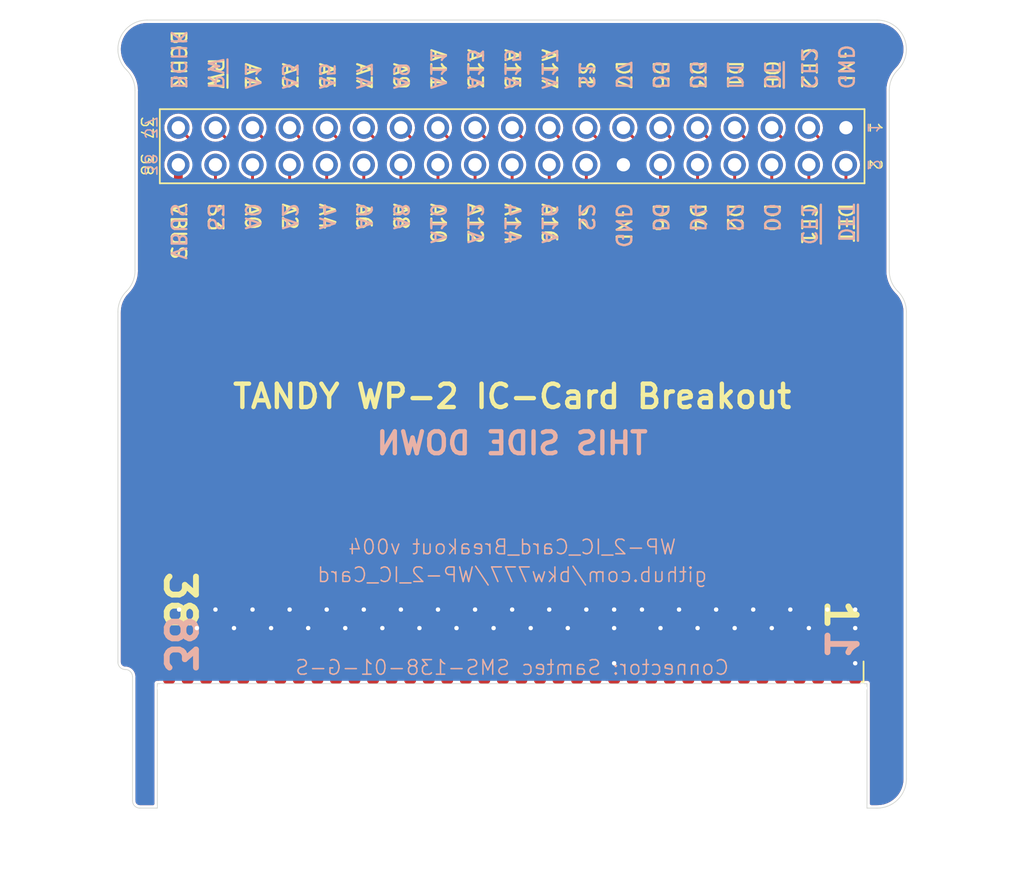
<source format=kicad_pcb>
(kicad_pcb (version 20211014) (generator pcbnew)
  (title_block (title "WP-2_IC-Card") (date "2023-01-03") (rev "Breakout_005") (company "Brian K. White - b.kenyon.w@gmail.com"))
  (layers (0 "F.Cu" signal) (31 "B.Cu" signal) (35 "F.Paste" user) (36 "B.SilkS" user "B.Silkscreen") (37 "F.SilkS" user "F.Silkscreen") (38 "B.Mask" user) (39 "F.Mask" user) (44 "Edge.Cuts" user))
  (net 0 "")
  (net 1 "GND")
  (net 2 "/~{CE1}")
  (net 3 "/~{OE}")
  (net 4 "/D0")
  (net 5 "/D1")
  (net 6 "/D2")
  (net 7 "/D3")
  (net 8 "/D4")
  (net 9 "/D5")
  (net 10 "/D6")
  (net 11 "/D7")
  (net 12 "/A16")
  (net 13 "/A15")
  (net 14 "/A14")
  (net 15 "/A13")
  (net 16 "/A12")
  (net 17 "/A11")
  (net 18 "/A10")
  (net 19 "/A9")
  (net 20 "/A8")
  (net 21 "/A7")
  (net 22 "/A6")
  (net 23 "/A5")
  (net 24 "/A4")
  (net 25 "/A3")
  (net 26 "/A2")
  (net 27 "/A1")
  (net 28 "/A0")
  (net 29 "/A17")
  (net 30 "/R~{W}")
  (net 31 "/~{DET}")
  (net 32 "/S1")
  (net 33 "/S2")
  (net 34 "/S3")
  (net 35 "/BCHK")
  (net 36 "/CE2")
  (net 37 "VBUS")
  (footprint "0_LOCAL:SMS-138-01-x-x_edge" (layer "F.Cu") (at 139.7 119.52 -90)
    (fp_text reference "J1" hide)
    (fp_text value "Conn_01x38_Female")
    (fp_line (start -0.127 -24.0665) (end -0.127 -23.9395) (layer "F.SilkS") (width 0.12))
    (fp_line (start -0.127 -24.0665) (end -1.524 -24.0665) (layer "F.SilkS") (width 0.12))
    (pad "1" smd roundrect (at -1.4 -23.495 270) (size 2.8 0.8) (layers "F.Cu" "F.Paste" "F.Mask") (net 1 "GND"))
    (pad "2" smd roundrect (at -1.4 -22.225 270) (size 2.8 0.8) (layers "F.Cu" "F.Paste" "F.Mask") (net 31 "/~{DET}"))
    (pad "3" smd roundrect (at -1.4 -20.955 270) (size 2.8 0.8) (layers "F.Cu" "F.Paste" "F.Mask") (net 36 "/CE2"))
    (pad "4" smd roundrect (at -1.4 -19.685 270) (size 2.8 0.8) (layers "F.Cu" "F.Paste" "F.Mask") (net 2 "/~{CE1}"))
    (pad "5" smd roundrect (at -1.4 -18.415 270) (size 2.8 0.8) (layers "F.Cu" "F.Paste" "F.Mask") (net 3 "/~{OE}"))
    (pad "6" smd roundrect (at -1.4 -17.145 270) (size 2.8 0.8) (layers "F.Cu" "F.Paste" "F.Mask") (net 4 "/D0"))
    (pad "7" smd roundrect (at -1.4 -15.875 270) (size 2.8 0.8) (layers "F.Cu" "F.Paste" "F.Mask") (net 5 "/D1"))
    (pad "8" smd roundrect (at -1.4 -14.605 270) (size 2.8 0.8) (layers "F.Cu" "F.Paste" "F.Mask") (net 6 "/D2"))
    (pad "9" smd roundrect (at -1.4 -13.335 270) (size 2.8 0.8) (layers "F.Cu" "F.Paste" "F.Mask") (net 7 "/D3"))
    (pad "10" smd roundrect (at -1.4 -12.065 270) (size 2.8 0.8) (layers "F.Cu" "F.Paste" "F.Mask") (net 8 "/D4"))
    (pad "11" smd roundrect (at -1.4 -10.795 270) (size 2.8 0.8) (layers "F.Cu" "F.Paste" "F.Mask") (net 9 "/D5"))
    (pad "12" smd roundrect (at -1.4 -9.525 270) (size 2.8 0.8) (layers "F.Cu" "F.Paste" "F.Mask") (net 10 "/D6"))
    (pad "13" smd roundrect (at -1.4 -8.255 270) (size 2.8 0.8) (layers "F.Cu" "F.Paste" "F.Mask") (net 11 "/D7"))
    (pad "14" smd roundrect (at -1.4 -6.985 270) (size 2.8 0.8) (layers "F.Cu" "F.Paste" "F.Mask") (net 1 "GND"))
    (pad "15" smd roundrect (at -1.4 -5.715 270) (size 2.8 0.8) (layers "F.Cu" "F.Paste" "F.Mask") (net 32 "/S1"))
    (pad "16" smd roundrect (at -1.4 -4.445 270) (size 2.8 0.8) (layers "F.Cu" "F.Paste" "F.Mask") (net 33 "/S2"))
    (pad "17" smd roundrect (at -1.4 -3.175 270) (size 2.8 0.8) (layers "F.Cu" "F.Paste" "F.Mask") (net 29 "/A17"))
    (pad "18" smd roundrect (at -1.4 -1.905 270) (size 2.8 0.8) (layers "F.Cu" "F.Paste" "F.Mask") (net 12 "/A16"))
    (pad "19" smd roundrect (at -1.4 -0.635 270) (size 2.8 0.8) (layers "F.Cu" "F.Paste" "F.Mask") (net 13 "/A15"))
    (pad "20" smd roundrect (at -1.4 0.635 270) (size 2.8 0.8) (layers "F.Cu" "F.Paste" "F.Mask") (net 14 "/A14"))
    (pad "21" smd roundrect (at -1.4 1.905 270) (size 2.8 0.8) (layers "F.Cu" "F.Paste" "F.Mask") (net 15 "/A13"))
    (pad "22" smd roundrect (at -1.4 3.175 270) (size 2.8 0.8) (layers "F.Cu" "F.Paste" "F.Mask") (net 16 "/A12"))
    (pad "23" smd roundrect (at -1.4 4.445 270) (size 2.8 0.8) (layers "F.Cu" "F.Paste" "F.Mask") (net 17 "/A11"))
    (pad "24" smd roundrect (at -1.4 5.715 270) (size 2.8 0.8) (layers "F.Cu" "F.Paste" "F.Mask") (net 18 "/A10"))
    (pad "25" smd roundrect (at -1.4 6.985 270) (size 2.8 0.8) (layers "F.Cu" "F.Paste" "F.Mask") (net 19 "/A9"))
    (pad "26" smd roundrect (at -1.4 8.255 270) (size 2.8 0.8) (layers "F.Cu" "F.Paste" "F.Mask") (net 20 "/A8"))
    (pad "27" smd roundrect (at -1.4 9.525 270) (size 2.8 0.8) (layers "F.Cu" "F.Paste" "F.Mask") (net 21 "/A7"))
    (pad "28" smd roundrect (at -1.4 10.795 270) (size 2.8 0.8) (layers "F.Cu" "F.Paste" "F.Mask") (net 22 "/A6"))
    (pad "29" smd roundrect (at -1.4 12.065 270) (size 2.8 0.8) (layers "F.Cu" "F.Paste" "F.Mask") (net 23 "/A5"))
    (pad "30" smd roundrect (at -1.4 13.335 270) (size 2.8 0.8) (layers "F.Cu" "F.Paste" "F.Mask") (net 24 "/A4"))
    (pad "31" smd roundrect (at -1.4 14.605 270) (size 2.8 0.8) (layers "F.Cu" "F.Paste" "F.Mask") (net 25 "/A3"))
    (pad "32" smd roundrect (at -1.4 15.875 270) (size 2.8 0.8) (layers "F.Cu" "F.Paste" "F.Mask") (net 26 "/A2"))
    (pad "33" smd roundrect (at -1.4 17.145 270) (size 2.8 0.8) (layers "F.Cu" "F.Paste" "F.Mask") (net 27 "/A1"))
    (pad "34" smd roundrect (at -1.4 18.415 270) (size 2.8 0.8) (layers "F.Cu" "F.Paste" "F.Mask") (net 28 "/A0"))
    (pad "35" smd roundrect (at -1.4 19.685 270) (size 2.8 0.8) (layers "F.Cu" "F.Paste" "F.Mask") (net 30 "/R~{W}"))
    (pad "36" smd roundrect (at -1.4 20.955 270) (size 2.8 0.8) (layers "F.Cu" "F.Paste" "F.Mask") (net 34 "/S3"))
    (pad "37" smd roundrect (at -1.4 22.225 270) (size 2.8 0.8) (layers "F.Cu" "F.Paste" "F.Mask") (net 35 "/BCHK"))
    (pad "38" smd roundrect (at -1.4 23.495 270) (size 2.8 0.8) (layers "F.Cu" "F.Paste" "F.Mask") (net 37 "VBUS"))
  )
  (footprint "0_LOCAL:PinHeader_2x19_P2.54mm" (layer "F.Cu") (at 162.56 81.42 -90)
    (fp_text reference "J2" hide)
    (fp_text value "Conn_02x19_Odd_Even")
    (fp_line (start 3.81 -1.27) (end -1.27 -1.27) (layer "F.SilkS") (width 0.12))
    (fp_line (start -1.27 -1.27) (end -1.27 46.99) (layer "F.SilkS") (width 0.12))
    (fp_line (start 3.81 46.99) (end 3.81 -1.27) (layer "F.SilkS") (width 0.12))
    (fp_line (start -1.27 46.99) (end 3.81 46.99) (layer "F.SilkS") (width 0.12))
    (pad "1" thru_hole circle (at 0 0 270) (size 1.524 1.524) (drill 0.9144) (layers *.Cu *.Mask) (net 1 "GND"))
    (pad "2" thru_hole circle (at 2.54 0 270) (size 1.524 1.524) (drill 0.9144) (layers *.Cu *.Mask) (net 31 "/~{DET}"))
    (pad "3" thru_hole circle (at 0 2.54 270) (size 1.524 1.524) (drill 0.9144) (layers *.Cu *.Mask) (net 36 "/CE2"))
    (pad "4" thru_hole circle (at 2.54 2.54 270) (size 1.524 1.524) (drill 0.9144) (layers *.Cu *.Mask) (net 2 "/~{CE1}"))
    (pad "5" thru_hole circle (at 0 5.08 270) (size 1.524 1.524) (drill 0.9144) (layers *.Cu *.Mask) (net 3 "/~{OE}"))
    (pad "6" thru_hole circle (at 2.54 5.08 270) (size 1.524 1.524) (drill 0.9144) (layers *.Cu *.Mask) (net 4 "/D0"))
    (pad "7" thru_hole circle (at 0 7.62 270) (size 1.524 1.524) (drill 0.9144) (layers *.Cu *.Mask) (net 5 "/D1"))
    (pad "8" thru_hole circle (at 2.54 7.62 270) (size 1.524 1.524) (drill 0.9144) (layers *.Cu *.Mask) (net 6 "/D2"))
    (pad "9" thru_hole circle (at 0 10.16 270) (size 1.524 1.524) (drill 0.9144) (layers *.Cu *.Mask) (net 7 "/D3"))
    (pad "10" thru_hole circle (at 2.54 10.16 270) (size 1.524 1.524) (drill 0.9144) (layers *.Cu *.Mask) (net 8 "/D4"))
    (pad "11" thru_hole circle (at 0 12.7 270) (size 1.524 1.524) (drill 0.9144) (layers *.Cu *.Mask) (net 9 "/D5"))
    (pad "12" thru_hole circle (at 2.54 12.7 270) (size 1.524 1.524) (drill 0.9144) (layers *.Cu *.Mask) (net 10 "/D6"))
    (pad "13" thru_hole circle (at 0 15.24 270) (size 1.524 1.524) (drill 0.9144) (layers *.Cu *.Mask) (net 11 "/D7"))
    (pad "14" thru_hole circle (at 2.54 15.24 270) (size 1.524 1.524) (drill 0.9144) (layers *.Cu *.Mask) (net 1 "GND"))
    (pad "15" thru_hole circle (at 0 17.78 270) (size 1.524 1.524) (drill 0.9144) (layers *.Cu *.Mask) (net 32 "/S1"))
    (pad "16" thru_hole circle (at 2.54 17.78 270) (size 1.524 1.524) (drill 0.9144) (layers *.Cu *.Mask) (net 33 "/S2"))
    (pad "17" thru_hole circle (at 0 20.32 270) (size 1.524 1.524) (drill 0.9144) (layers *.Cu *.Mask) (net 29 "/A17"))
    (pad "18" thru_hole circle (at 2.54 20.32 270) (size 1.524 1.524) (drill 0.9144) (layers *.Cu *.Mask) (net 12 "/A16"))
    (pad "19" thru_hole circle (at 0 22.86 270) (size 1.524 1.524) (drill 0.9144) (layers *.Cu *.Mask) (net 13 "/A15"))
    (pad "20" thru_hole circle (at 2.54 22.86 270) (size 1.524 1.524) (drill 0.9144) (layers *.Cu *.Mask) (net 14 "/A14"))
    (pad "21" thru_hole circle (at 0 25.4 270) (size 1.524 1.524) (drill 0.9144) (layers *.Cu *.Mask) (net 15 "/A13"))
    (pad "22" thru_hole circle (at 2.54 25.4 270) (size 1.524 1.524) (drill 0.9144) (layers *.Cu *.Mask) (net 16 "/A12"))
    (pad "23" thru_hole circle (at 0 27.94 270) (size 1.524 1.524) (drill 0.9144) (layers *.Cu *.Mask) (net 17 "/A11"))
    (pad "24" thru_hole circle (at 2.54 27.94 270) (size 1.524 1.524) (drill 0.9144) (layers *.Cu *.Mask) (net 18 "/A10"))
    (pad "25" thru_hole circle (at 0 30.48 270) (size 1.524 1.524) (drill 0.9144) (layers *.Cu *.Mask) (net 19 "/A9"))
    (pad "26" thru_hole circle (at 2.54 30.48 270) (size 1.524 1.524) (drill 0.9144) (layers *.Cu *.Mask) (net 20 "/A8"))
    (pad "27" thru_hole circle (at 0 33.02 270) (size 1.524 1.524) (drill 0.9144) (layers *.Cu *.Mask) (net 21 "/A7"))
    (pad "28" thru_hole circle (at 2.54 33.02 270) (size 1.524 1.524) (drill 0.9144) (layers *.Cu *.Mask) (net 22 "/A6"))
    (pad "29" thru_hole circle (at 0 35.56 270) (size 1.524 1.524) (drill 0.9144) (layers *.Cu *.Mask) (net 23 "/A5"))
    (pad "30" thru_hole circle (at 2.54 35.56 270) (size 1.524 1.524) (drill 0.9144) (layers *.Cu *.Mask) (net 24 "/A4"))
    (pad "31" thru_hole circle (at 0 38.1 270) (size 1.524 1.524) (drill 0.9144) (layers *.Cu *.Mask) (net 25 "/A3"))
    (pad "32" thru_hole circle (at 2.54 38.1 270) (size 1.524 1.524) (drill 0.9144) (layers *.Cu *.Mask) (net 26 "/A2"))
    (pad "33" thru_hole circle (at 0 40.64 270) (size 1.524 1.524) (drill 0.9144) (layers *.Cu *.Mask) (net 27 "/A1"))
    (pad "34" thru_hole circle (at 2.54 40.64 270) (size 1.524 1.524) (drill 0.9144) (layers *.Cu *.Mask) (net 28 "/A0"))
    (pad "35" thru_hole circle (at 0 43.18 270) (size 1.524 1.524) (drill 0.9144) (layers *.Cu *.Mask) (net 30 "/R~{W}"))
    (pad "36" thru_hole circle (at 2.54 43.18 270) (size 1.524 1.524) (drill 0.9144) (layers *.Cu *.Mask) (net 34 "/S3"))
    (pad "37" thru_hole circle (at 0 45.72 270) (size 1.524 1.524) (drill 0.9144) (layers *.Cu *.Mask) (net 35 "/BCHK"))
    (pad "38" thru_hole circle (at 2.54 45.72 270) (size 1.524 1.524) (drill 0.9144) (layers *.Cu *.Mask) (net 37 "VBUS"))
  )
  (footprint "0_LOCAL:npth_0.6mm" (layer "F.Cu") (at 163.7 119.82)
    (fp_text reference "REF**" hide)
    (fp_text value "npth_0.6mm")
    (pad "" np_thru_hole circle (at 0 0) (size 0.6 0.6) (drill 0.6) (layers F&B.Cu))
  )
  (footprint "0_LOCAL:npth_0.6mm" (layer "F.Cu") (at 115.7 119.82)
    (fp_text reference "REF**" hide)
    (fp_text value "npth_0.6mm")
    (pad "" np_thru_hole circle (at 0 0) (size 0.6 0.6) (drill 0.6) (layers F&B.Cu))
  )
  (footprint "0_LOCAL:WP-2_IC_Card_Cover_Breakout" (layer "F.Cu") (at 139.7 101.045)
    (fp_text reference "REF**" hide)
    (fp_text value "WP-2_IC_Card_Cover_Breakout")
  )
  (gr_line (start 164 128.045) (end 164 119.52) (layer "Edge.Cuts") (width 0.05))
  (gr_arc (start 112.7 76.045) (mid 113.285786 74.630786) (end 114.7 74.045) (layer "Edge.Cuts") (width 0.05))
  (gr_arc (start 166.7 126.045) (mid 166.114214 127.459214) (end 164.7 128.045) (layer "Edge.Cuts") (width 0.05))
  (gr_line (start 164.7 128.045) (end 164 128.045) (layer "Edge.Cuts") (width 0.05))
  (gr_arc (start 113.285786 77.459214) (mid 112.85224 76.810367) (end 112.7 76.045) (layer "Edge.Cuts") (width 0.05))
  (gr_arc (start 112.699999 94.045) (mid 112.85224 93.279633) (end 113.285786 92.630786) (layer "Edge.Cuts") (width 0.05))
  (gr_arc (start 113.285786 77.459214) (mid 113.719307 78.108067) (end 113.871572 78.873428) (layer "Edge.Cuts") (width 0.05))
  (gr_arc (start 113.871573 91.216572) (mid 113.719334 91.981938) (end 113.285786 92.630786) (layer "Edge.Cuts") (width 0.05))
  (gr_line (start 113.871573 91.216572) (end 113.871572 78.873428) (layer "Edge.Cuts") (width 0.05))
  (gr_arc (start 166.114214 92.630786) (mid 166.54776 93.279633) (end 166.7 94.045) (layer "Edge.Cuts") (width 0.05))
  (gr_arc (start 165.528427 78.873428) (mid 165.680666 78.108062) (end 166.114214 77.459214) (layer "Edge.Cuts") (width 0.05))
  (gr_arc (start 166.114214 92.630786) (mid 165.680693 91.981933) (end 165.528428 91.216572) (layer "Edge.Cuts") (width 0.05))
  (gr_arc (start 166.700001 76.045) (mid 166.54776 76.810367) (end 166.114214 77.459214) (layer "Edge.Cuts") (width 0.05))
  (gr_line (start 165.528427 78.873428) (end 165.528428 91.216572) (layer "Edge.Cuts") (width 0.05))
  (gr_arc (start 164.7 74.045) (mid 166.114214 74.630786) (end 166.7 76.045) (layer "Edge.Cuts") (width 0.05))
  (gr_line (start 115.4 119.52) (end 115.4 128.045) (layer "Edge.Cuts") (width 0.05))
  (gr_line (start 166.7 94.045) (end 166.7 126.045) (layer "Edge.Cuts") (width 0.05))
  (gr_arc (start 113.2 118.545) (mid 113.553553 118.691447) (end 113.7 119.045) (layer "Edge.Cuts") (width 0.05))
  (gr_line (start 115.4 128.045) (end 114.2 128.045) (layer "Edge.Cuts") (width 0.05))
  (gr_line (start 164 119.52) (end 115.4 119.52) (layer "Edge.Cuts") (width 0.05))
  (gr_arc (start 114.2 128.045) (mid 113.846447 127.898553) (end 113.7 127.545) (layer "Edge.Cuts") (width 0.05))
  (gr_line (start 113.7 127.545) (end 113.7 119.045) (layer "Edge.Cuts") (width 0.05))
  (gr_line (start 112.7 118.045) (end 112.699999 94.045) (layer "Edge.Cuts") (width 0.05))
  (gr_line (start 114.7 74.045) (end 164.7 74.045) (layer "Edge.Cuts") (width 0.05))
  (gr_arc (start 113.2 118.545) (mid 112.846447 118.398553) (end 112.7 118.045) (layer "Edge.Cuts") (width 0.05))
  (gr_text "github.com/bkw777/WP-2_IC_Card" (at 139.7 112.06) (layer "B.SilkS") (effects (font (size 1 1) (thickness 0.1)) (justify mirror)))
  (gr_text "1" (at 162.2 116.795 -90) (layer "B.SilkS") (effects (font (size 2 2) (thickness 0.4)) (justify mirror)))
  (gr_text "Connector: Samtec SMS-138-01-G-S" (at 139.7 118.41) (layer "B.SilkS") (effects (font (size 1 1) (thickness 0.1)) (justify mirror)))
  (gr_text "S3" (at 119.38 86.5 270) (layer "B.SilkS") (effects (font (size 1 1)) (justify right mirror)))
  (gr_text "D1" (at 154.94 78.88 270) (layer "B.SilkS") (effects (font (size 1 1)) (justify left mirror)))
  (gr_text "A3" (at 124.46 78.88 270) (layer "B.SilkS") (effects (font (size 1 1)) (justify left mirror)))
  (gr_text "D0" (at 157.48 86.5 270) (layer "B.SilkS") (effects (font (size 1 1)) (justify right mirror)))
  (gr_text "A6" (at 129.54 86.5 270) (layer "B.SilkS") (effects (font (size 1 1)) (justify right mirror)))
  (gr_text "D2" (at 154.94 86.5 270) (layer "B.SilkS") (effects (font (size 1 1)) (justify right mirror)))
  (gr_text "A4" (at 127 86.5 270) (layer "B.SilkS") (effects (font (size 1 1)) (justify right mirror)))
  (gr_text "A2" (at 124.46 86.5 270) (layer "B.SilkS") (effects (font (size 1 1)) (justify right mirror)))
  (gr_text "CE2" (at 160.02 78.88 270) (layer "B.SilkS") (effects (font (size 1 1)) (justify left mirror)))
  (gr_text "2" (at 164.465 83.96 270) (layer "B.SilkS") (effects (font (size 0.8 0.8) (thickness 0.1)) (justify mirror)))
  (gr_text "WP-2_IC_Card_Breakout v004" (at 139.7 110.155) (layer "B.SilkS") (effects (font (size 1 1) (thickness 0.1)) (justify mirror)))
  (gr_text "A10" (at 134.62 86.5 270) (layer "B.SilkS") (effects (font (size 1 1)) (justify right mirror)))
  (gr_text "A8" (at 132.08 86.5 270) (layer "B.SilkS") (effects (font (size 1 1)) (justify right mirror)))
  (gr_text "S1" (at 144.78 78.88 270) (layer "B.SilkS") (effects (font (size 1 1)) (justify left mirror)))
  (gr_text "38" (at 116.95 116.795 -90) (layer "B.SilkS") (effects (font (size 2 2) (thickness 0.4)) (justify mirror)))
  (gr_text "S2" (at 144.78 86.5 270) (layer "B.SilkS") (effects (font (size 1 1)) (justify right mirror)))
  (gr_text "~{DET}" (at 162.56 86.5 270) (layer "B.SilkS") (effects (font (size 1 1)) (justify right mirror)))
  (gr_text "A5" (at 127 78.88 270) (layer "B.SilkS") (effects (font (size 1 1)) (justify left mirror)))
  (gr_text "GND" (at 147.32 86.5 270) (layer "B.SilkS") (effects (font (size 1 1)) (justify right mirror)))
  (gr_text "D5" (at 149.86 78.88 270) (layer "B.SilkS") (effects (font (size 1 1)) (justify left mirror)))
  (gr_text "D4" (at 152.4 86.5 270) (layer "B.SilkS") (effects (font (size 1 1)) (justify right mirror)))
  (gr_text "A1" (at 121.92 78.88 270) (layer "B.SilkS") (effects (font (size 1 1)) (justify left mirror)))
  (gr_text "1" (at 164.465 81.42 270) (layer "B.SilkS") (effects (font (size 0.8 0.8) (thickness 0.1)) (justify mirror)))
  (gr_text "37" (at 114.935 81.42 270) (layer "B.SilkS") (effects (font (size 0.8 0.8) (thickness 0.1)) (justify mirror)))
  (gr_text "THIS SIDE DOWN" (at 139.7 103.045) (layer "B.SilkS") (effects (font (size 1.5 1.5) (thickness 0.3)) (justify mirror)))
  (gr_text "D7" (at 147.32 78.88 270) (layer "B.SilkS") (effects (font (size 1 1)) (justify left mirror)))
  (gr_text "A16" (at 142.24 86.5 270) (layer "B.SilkS") (effects (font (size 1 1)) (justify right mirror)))
  (gr_text "A9" (at 132.08 78.88 270) (layer "B.SilkS") (effects (font (size 1 1)) (justify left mirror)))
  (gr_text "A7" (at 129.54 78.88 270) (layer "B.SilkS") (effects (font (size 1 1)) (justify left mirror)))
  (gr_text "D6" (at 149.86 86.5 270) (layer "B.SilkS") (effects (font (size 1 1)) (justify right mirror)))
  (gr_text "~{CE1}" (at 160.02 86.5 270) (layer "B.SilkS") (effects (font (size 1 1)) (justify right mirror)))
  (gr_text "GND" (at 162.56 78.88 270) (layer "B.SilkS") (effects (font (size 1 1)) (justify left mirror)))
  (gr_text "A0" (at 121.92 86.5 270) (layer "B.SilkS") (effects (font (size 1 1)) (justify right mirror)))
  (gr_text "VBUS" (at 116.84 86.5 270) (layer "B.SilkS") (effects (font (size 1 1)) (justify right mirror)))
  (gr_text "A13" (at 137.16 78.88 270) (layer "B.SilkS") (effects (font (size 1 1)) (justify left mirror)))
  (gr_text "D3" (at 152.4 78.88 270) (layer "B.SilkS") (effects (font (size 1 1)) (justify left mirror)))
  (gr_text "38" (at 114.935 83.96 270) (layer "B.SilkS") (effects (font (size 0.8 0.8) (thickness 0.1)) (justify mirror)))
  (gr_text "A15" (at 139.7 78.88 270) (layer "B.SilkS") (effects (font (size 1 1)) (justify left mirror)))
  (gr_text "A11" (at 134.62 78.88 270) (layer "B.SilkS") (effects (font (size 1 1)) (justify left mirror)))
  (gr_text "R~{W}" (at 119.38 78.88 270) (layer "B.SilkS") (effects (font (size 1 1)) (justify left mirror)))
  (gr_text "A17" (at 142.24 78.88 270) (layer "B.SilkS") (effects (font (size 1 1)) (justify left mirror)))
  (gr_text "A14" (at 139.7 86.5 270) (layer "B.SilkS") (effects (font (size 1 1)) (justify right mirror)))
  (gr_text "~{OE}" (at 157.48 78.88 270) (layer "B.SilkS") (effects (font (size 1 1)) (justify left mirror)))
  (gr_text "A12" (at 137.16 86.5 270) (layer "B.SilkS") (effects (font (size 1 1)) (justify right mirror)))
  (gr_text "BCHK" (at 116.84 78.88 270) (layer "B.SilkS") (effects (font (size 1 1)) (justify left mirror)))
  (gr_text "1" (at 162.2 114.795 -90) (layer "F.SilkS") (effects (font (size 2 2) (thickness 0.4))))
  (gr_text "38" (at 116.95 113.795 -90) (layer "F.SilkS") (effects (font (size 2 2) (thickness 0.4))))
  (gr_text "D0" (at 157.48 86.5 -90) (layer "F.SilkS") (effects (font (size 1 1)) (justify left)))
  (gr_text "D2" (at 154.94 86.5 -90) (layer "F.SilkS") (effects (font (size 1 1)) (justify left)))
  (gr_text "D4" (at 152.4 86.5 -90) (layer "F.SilkS") (effects (font (size 1 1)) (justify left)))
  (gr_text "D6" (at 149.86 86.5 -90) (layer "F.SilkS") (effects (font (size 1 1)) (justify left)))
  (gr_text "GND" (at 147.32 86.5 -90) (layer "F.SilkS") (effects (font (size 1 1)) (justify left)))
  (gr_text "S2" (at 144.78 86.5 -90) (layer "F.SilkS") (effects (font (size 1 1)) (justify left)))
  (gr_text "A16" (at 142.24 86.5 -90) (layer "F.SilkS") (effects (font (size 1 1)) (justify left)))
  (gr_text "A14" (at 139.7 86.5 -90) (layer "F.SilkS") (effects (font (size 1 1)) (justify left)))
  (gr_text "A12" (at 137.16 86.5 -90) (layer "F.SilkS") (effects (font (size 1 1)) (justify left)))
  (gr_text "A10" (at 134.62 86.5 -90) (layer "F.SilkS") (effects (font (size 1 1)) (justify left)))
  (gr_text "A8" (at 132.08 86.5 -90) (layer "F.SilkS") (effects (font (size 1 1)) (justify left)))
  (gr_text "A6" (at 129.54 86.5 -90) (layer "F.SilkS") (effects (font (size 1 1)) (justify left)))
  (gr_text "A4" (at 127 86.5 -90) (layer "F.SilkS") (effects (font (size 1 1)) (justify left)))
  (gr_text "A2" (at 124.46 86.5 -90) (layer "F.SilkS") (effects (font (size 1 1)) (justify left)))
  (gr_text "A0" (at 121.92 86.5 -90) (layer "F.SilkS") (effects (font (size 1 1)) (justify left)))
  (gr_text "S3" (at 119.38 86.5 -90) (layer "F.SilkS") (effects (font (size 1 1)) (justify left)))
  (gr_text "VBUS" (at 116.84 86.5 -90) (layer "F.SilkS") (effects (font (size 1 1)) (justify left)))
  (gr_text "R~{W}" (at 119.38 78.88 -90) (layer "F.SilkS") (effects (font (size 1 1)) (justify right)))
  (gr_text "A1" (at 121.92 78.88 -90) (layer "F.SilkS") (effects (font (size 1 1)) (justify right)))
  (gr_text "A3" (at 124.46 78.88 -90) (layer "F.SilkS") (effects (font (size 1 1)) (justify right)))
  (gr_text "A5" (at 127 78.88 -90) (layer "F.SilkS") (effects (font (size 1 1)) (justify right)))
  (gr_text "A7" (at 129.54 78.88 -90) (layer "F.SilkS") (effects (font (size 1 1)) (justify right)))
  (gr_text "A9" (at 132.08 78.88 -90) (layer "F.SilkS") (effects (font (size 1 1)) (justify right)))
  (gr_text "A11" (at 134.62 78.88 -90) (layer "F.SilkS") (effects (font (size 1 1)) (justify right)))
  (gr_text "A13" (at 137.16 78.88 -90) (layer "F.SilkS") (effects (font (size 1 1)) (justify right)))
  (gr_text "A15" (at 139.7 78.88 -90) (layer "F.SilkS") (effects (font (size 1 1)) (justify right)))
  (gr_text "A17" (at 142.24 78.88 -90) (layer "F.SilkS") (effects (font (size 1 1)) (justify right)))
  (gr_text "S1" (at 144.78 78.88 -90) (layer "F.SilkS") (effects (font (size 1 1)) (justify right)))
  (gr_text "D7" (at 147.32 78.88 -90) (layer "F.SilkS") (effects (font (size 1 1)) (justify right)))
  (gr_text "D5" (at 149.86 78.88 -90) (layer "F.SilkS") (effects (font (size 1 1)) (justify right)))
  (gr_text "D3" (at 152.4 78.88 -90) (layer "F.SilkS") (effects (font (size 1 1)) (justify right)))
  (gr_text "D1" (at 154.94 78.88 -90) (layer "F.SilkS") (effects (font (size 1 1)) (justify right)))
  (gr_text "~{OE}" (at 157.48 78.88 -90) (layer "F.SilkS") (effects (font (size 1 1)) (justify right)))
  (gr_text "GND" (at 162.56 78.88 -90) (layer "F.SilkS") (effects (font (size 1 1)) (justify right)))
  (gr_text "BCHK" (at 116.84 78.88 -90) (layer "F.SilkS") (effects (font (size 1 1)) (justify right)))
  (gr_text "CE2" (at 160.02 78.88 -90) (layer "F.SilkS") (effects (font (size 1 1)) (justify right)))
  (gr_text "TANDY WP-2 IC-Card Breakout" (at 139.7 99.835) (layer "F.SilkS") (effects (font (size 1.6 1.6) (thickness 0.3))))
  (gr_text "~{CE1}" (at 160.02 86.5 -90) (layer "F.SilkS") (effects (font (size 1 1)) (justify left)))
  (gr_text "38" (at 114.681 83.96 -90) (layer "F.SilkS") (effects (font (size 0.8 0.8) (thickness 0.1))))
  (gr_text "37" (at 114.681 81.42 -90) (layer "F.SilkS") (effects (font (size 0.8 0.8) (thickness 0.1))))
  (gr_text "2" (at 164.592 83.96 -90) (layer "F.SilkS") (effects (font (size 0.8 0.8) (thickness 0.1))))
  (gr_text "~{DET}" (at 162.56 86.5 -90) (layer "F.SilkS") (effects (font (size 1 1)) (justify left)))
  (gr_text "1" (at 164.592 81.42 -90) (layer "F.SilkS") (effects (font (size 0.8 0.8) (thickness 0.1))))
  (segment (start 147.315 83.965) (end 147.32 83.96) (width 0.2) (layer "F.Cu") (net 1))
  (via (at 157.48 115.71) (size 0.5) (drill 0.3) (layers "F.Cu" "B.Cu") (net 1))
  (via (at 156.21 114.44) (size 0.5) (drill 0.3) (layers "F.Cu" "B.Cu") (net 1))
  (via (at 138.43 115.71) (size 0.5) (drill 0.3) (layers "F.Cu" "B.Cu") (net 1))
  (via (at 120.65 115.71) (size 0.5) (drill 0.3) (layers "F.Cu" "B.Cu") (net 1))
  (via (at 134.62 114.44) (size 0.5) (drill 0.3) (layers "F.Cu" "B.Cu") (net 1))
  (via (at 152.4 115.71) (size 0.5) (drill 0.3) (layers "F.Cu" "B.Cu") (net 1))
  (via (at 148.59 114.44) (size 0.5) (drill 0.3) (layers "F.Cu" "B.Cu") (net 1))
  (via (at 163.195 114.44) (size 0.5) (drill 0.3) (layers "F.Cu" "B.Cu") (net 1))
  (via (at 146.685 115.71) (size 0.5) (drill 0.3) (layers "F.Cu" "B.Cu") (net 1))
  (via (at 140.97 115.71) (size 0.5) (drill 0.3) (layers "F.Cu" "B.Cu") (net 1))
  (via (at 161.29 114.44) (size 0.5) (drill 0.3) (layers "F.Cu" "B.Cu") (net 1))
  (via (at 128.27 115.71) (size 0.5) (drill 0.3) (layers "F.Cu" "B.Cu") (net 1))
  (via (at 137.16 114.44) (size 0.5) (drill 0.3) (layers "F.Cu" "B.Cu") (net 1))
  (via (at 163.195 115.71) (size 0.5) (drill 0.3) (layers "F.Cu" "B.Cu") (net 1))
  (via (at 142.24 114.44) (size 0.5) (drill 0.3) (layers "F.Cu" "B.Cu") (net 1))
  (via (at 119.38 114.44) (size 0.5) (drill 0.3) (layers "F.Cu" "B.Cu") (net 1))
  (via (at 151.13 114.44) (size 0.5) (drill 0.3) (layers "F.Cu" "B.Cu") (net 1))
  (via (at 146.685 118.12) (size 0.5) (drill 0.3) (layers "F.Cu" "B.Cu") (net 1))
  (via (at 146.685 114.44) (size 0.5) (drill 0.3) (layers "F.Cu" "B.Cu") (net 1))
  (via (at 158.75 114.44) (size 0.5) (drill 0.3) (layers "F.Cu" "B.Cu") (net 1))
  (via (at 127 114.44) (size 0.5) (drill 0.3) (layers "F.Cu" "B.Cu") (net 1))
  (via (at 143.51 115.71) (size 0.5) (drill 0.3) (layers "F.Cu" "B.Cu") (net 1))
  (via (at 118.11 115.71) (size 0.5) (drill 0.3) (layers "F.Cu" "B.Cu") (net 1))
  (via (at 135.89 115.71) (size 0.5) (drill 0.3) (layers "F.Cu" "B.Cu") (net 1))
  (via (at 125.73 115.71) (size 0.5) (drill 0.3) (layers "F.Cu" "B.Cu") (net 1))
  (via (at 154.94 115.71) (size 0.5) (drill 0.3) (layers "F.Cu" "B.Cu") (net 1))
  (via (at 130.81 115.71) (size 0.5) (drill 0.3) (layers "F.Cu" "B.Cu") (net 1))
  (via (at 139.7 114.44) (size 0.5) (drill 0.3) (layers "F.Cu" "B.Cu") (net 1))
  (via (at 124.46 114.44) (size 0.5) (drill 0.3) (layers "F.Cu" "B.Cu") (net 1))
  (via (at 144.78 114.44) (size 0.5) (drill 0.3) (layers "F.Cu" "B.Cu") (net 1))
  (via (at 132.08 114.44) (size 0.5) (drill 0.3) (layers "F.Cu" "B.Cu") (net 1))
  (via (at 129.54 114.44) (size 0.5) (drill 0.3) (layers "F.Cu" "B.Cu") (net 1))
  (via (at 160.02 115.71) (size 0.5) (drill 0.3) (layers "F.Cu" "B.Cu") (net 1))
  (via (at 121.92 114.44) (size 0.5) (drill 0.3) (layers "F.Cu" "B.Cu") (net 1))
  (via (at 153.67 114.44) (size 0.5) (drill 0.3) (layers "F.Cu" "B.Cu") (net 1))
  (via (at 149.86 115.71) (size 0.5) (drill 0.3) (layers "F.Cu" "B.Cu") (net 1))
  (via (at 116.8908 114.44) (size 0.5) (drill 0.3) (layers "F.Cu" "B.Cu") (net 1))
  (via (at 123.19 115.71) (size 0.5) (drill 0.3) (layers "F.Cu" "B.Cu") (net 1))
  (via (at 133.35 115.71) (size 0.5) (drill 0.3) (layers "F.Cu" "B.Cu") (net 1))
  (via (at 163.195 118.12) (size 0.5) (drill 0.3) (layers "F.Cu" "B.Cu") (net 1))
  (segment (start 160.02 86.34) (end 160.02 83.96) (width 0.2) (layer "F.Cu") (net 2))
  (segment (start 159.385 118.12) (end 159.385 86.975) (width 0.2) (layer "F.Cu") (net 2))
  (segment (start 159.385 86.975) (end 160.02 86.34) (width 0.2) (layer "F.Cu") (net 2))
  (segment (start 158.115 86.975) (end 158.115 118.12) (width 0.2) (layer "F.Cu") (net 3))
  (segment (start 158.75 82.69) (end 158.75 86.34) (width 0.2) (layer "F.Cu") (net 3))
  (segment (start 158.75 86.34) (end 158.115 86.975) (width 0.2) (layer "F.Cu") (net 3))
  (segment (start 157.48 81.42) (end 158.75 82.69) (width 0.2) (layer "F.Cu") (net 3))
  (segment (start 156.845 86.975) (end 156.845 118.12) (width 0.2) (layer "F.Cu") (net 4))
  (segment (start 157.48 83.96) (end 157.48 86.34) (width 0.2) (layer "F.Cu") (net 4))
  (segment (start 157.48 86.34) (end 156.845 86.975) (width 0.2) (layer "F.Cu") (net 4))
  (segment (start 156.21 86.34) (end 155.575 86.975) (width 0.2) (layer "F.Cu") (net 5))
  (segment (start 156.21 82.69) (end 156.21 86.34) (width 0.2) (layer "F.Cu") (net 5))
  (segment (start 154.94 81.42) (end 156.21 82.69) (width 0.2) (layer "F.Cu") (net 5))
  (segment (start 155.575 86.975) (end 155.575 118.12) (width 0.2) (layer "F.Cu") (net 5))
  (segment (start 154.305 86.975) (end 154.94 86.34) (width 0.2) (layer "F.Cu") (net 6))
  (segment (start 154.305 118.12) (end 154.305 86.975) (width 0.2) (layer "F.Cu") (net 6))
  (segment (start 154.94 86.34) (end 154.94 83.96) (width 0.2) (layer "F.Cu") (net 6))
  (segment (start 153.035 86.975) (end 153.035 118.12) (width 0.2) (layer "F.Cu") (net 7))
  (segment (start 153.67 86.34) (end 153.035 86.975) (width 0.2) (layer "F.Cu") (net 7))
  (segment (start 152.4 81.42) (end 153.67 82.69) (width 0.2) (layer "F.Cu") (net 7))
  (segment (start 153.67 82.69) (end 153.67 86.34) (width 0.2) (layer "F.Cu") (net 7))
  (segment (start 152.4 86.34) (end 151.765 86.975) (width 0.2) (layer "F.Cu") (net 8))
  (segment (start 151.765 86.975) (end 151.765 118.12) (width 0.2) (layer "F.Cu") (net 8))
  (segment (start 152.4 83.96) (end 152.4 86.34) (width 0.2) (layer "F.Cu") (net 8))
  (segment (start 151.13 86.34) (end 150.495 86.975) (width 0.2) (layer "F.Cu") (net 9))
  (segment (start 151.13 82.69) (end 151.13 86.34) (width 0.2) (layer "F.Cu") (net 9))
  (segment (start 149.86 81.42) (end 151.13 82.69) (width 0.2) (layer "F.Cu") (net 9))
  (segment (start 150.495 86.975) (end 150.495 118.12) (width 0.2) (layer "F.Cu") (net 9))
  (segment (start 149.225 86.975) (end 149.225 118.12) (width 0.2) (layer "F.Cu") (net 10))
  (segment (start 149.86 83.96) (end 149.86 86.34) (width 0.2) (layer "F.Cu") (net 10))
  (segment (start 149.86 86.34) (end 149.225 86.975) (width 0.2) (layer "F.Cu") (net 10))
  (segment (start 147.95 86.98) (end 148.59 86.34) (width 0.2) (layer "F.Cu") (net 11))
  (segment (start 148.59 82.69) (end 147.32 81.42) (width 0.2) (layer "F.Cu") (net 11))
  (segment (start 147.955 118.12) (end 147.95 118.115) (width 0.2) (layer "F.Cu") (net 11))
  (segment (start 148.59 86.34) (end 148.59 82.69) (width 0.2) (layer "F.Cu") (net 11))
  (segment (start 147.95 118.115) (end 147.95 86.98) (width 0.2) (layer "F.Cu") (net 11))
  (segment (start 142.24 83.96) (end 142.24 86.34) (width 0.2) (layer "F.Cu") (net 12))
  (segment (start 142.24 86.34) (end 141.605 86.975) (width 0.2) (layer "F.Cu") (net 12))
  (segment (start 141.605 86.975) (end 141.605 118.12) (width 0.2) (layer "F.Cu") (net 12))
  (segment (start 139.7 81.42) (end 140.97 82.69) (width 0.2) (layer "F.Cu") (net 13))
  (segment (start 140.97 86.34) (end 140.335 86.975) (width 0.2) (layer "F.Cu") (net 13))
  (segment (start 140.335 86.975) (end 140.335 118.12) (width 0.2) (layer "F.Cu") (net 13))
  (segment (start 140.97 82.69) (end 140.97 86.34) (width 0.2) (layer "F.Cu") (net 13))
  (segment (start 139.7 86.34) (end 139.065 86.975) (width 0.2) (layer "F.Cu") (net 14))
  (segment (start 139.065 86.975) (end 139.065 118.12) (width 0.2) (layer "F.Cu") (net 14))
  (segment (start 139.7 83.96) (end 139.7 86.34) (width 0.2) (layer "F.Cu") (net 14))
  (segment (start 137.16 81.42) (end 138.43 82.69) (width 0.2) (layer "F.Cu") (net 15))
  (segment (start 138.43 82.69) (end 138.43 86.34) (width 0.2) (layer "F.Cu") (net 15))
  (segment (start 137.795 86.975) (end 137.795 118.12) (width 0.2) (layer "F.Cu") (net 15))
  (segment (start 138.43 86.34) (end 137.795 86.975) (width 0.2) (layer "F.Cu") (net 15))
  (segment (start 137.16 83.96) (end 137.16 86.34) (width 0.2) (layer "F.Cu") (net 16))
  (segment (start 136.525 86.975) (end 136.525 118.12) (width 0.2) (layer "F.Cu") (net 16))
  (segment (start 137.16 86.34) (end 136.525 86.975) (width 0.2) (layer "F.Cu") (net 16))
  (segment (start 135.89 82.69) (end 135.89 86.34) (width 0.2) (layer "F.Cu") (net 17))
  (segment (start 135.255 86.975) (end 135.255 118.12) (width 0.2) (layer "F.Cu") (net 17))
  (segment (start 134.62 81.42) (end 135.89 82.69) (width 0.2) (layer "F.Cu") (net 17))
  (segment (start 135.89 86.34) (end 135.255 86.975) (width 0.2) (layer "F.Cu") (net 17))
  (segment (start 133.985 86.975) (end 133.985 118.12) (width 0.2) (layer "F.Cu") (net 18))
  (segment (start 134.62 86.34) (end 133.985 86.975) (width 0.2) (layer "F.Cu") (net 18))
  (segment (start 134.62 83.96) (end 134.62 86.34) (width 0.2) (layer "F.Cu") (net 18))
  (segment (start 133.35 86.34) (end 133.35 82.69) (width 0.2) (layer "F.Cu") (net 19))
  (segment (start 133.35 82.69) (end 132.08 81.42) (width 0.2) (layer "F.Cu") (net 19))
  (segment (start 132.715 118.12) (end 132.715 86.975) (width 0.2) (layer "F.Cu") (net 19))
  (segment (start 132.715 86.975) (end 133.35 86.34) (width 0.2) (layer "F.Cu") (net 19))
  (segment (start 132.08 86.34) (end 132.08 83.96) (width 0.2) (layer "F.Cu") (net 20))
  (segment (start 131.445 86.975) (end 132.08 86.34) (width 0.2) (layer "F.Cu") (net 20))
  (segment (start 131.445 118.12) (end 131.445 86.975) (width 0.2) (layer "F.Cu") (net 20))
  (segment (start 130.175 86.975) (end 130.175 118.12) (width 0.2) (layer "F.Cu") (net 21))
  (segment (start 130.81 82.69) (end 130.81 86.34) (width 0.2) (layer "F.Cu") (net 21))
  (segment (start 130.81 86.34) (end 130.175 86.975) (width 0.2) (layer "F.Cu") (net 21))
  (segment (start 129.54 81.42) (end 130.81 82.69) (width 0.2) (layer "F.Cu") (net 21))
  (segment (start 128.905 86.975) (end 128.905 118.12) (width 0.2) (layer "F.Cu") (net 22))
  (segment (start 129.54 86.34) (end 128.905 86.975) (width 0.2) (layer "F.Cu") (net 22))
  (segment (start 129.54 83.96) (end 129.54 86.34) (width 0.2) (layer "F.Cu") (net 22))
  (segment (start 127 81.42) (end 128.27 82.69) (width 0.2) (layer "F.Cu") (net 23))
  (segment (start 128.27 86.34) (end 127.635 86.975) (width 0.2) (layer "F.Cu") (net 23))
  (segment (start 127.635 86.975) (end 127.635 118.12) (width 0.2) (layer "F.Cu") (net 23))
  (segment (start 128.27 82.69) (end 128.27 86.34) (width 0.2) (layer "F.Cu") (net 23))
  (segment (start 126.365 86.975) (end 126.365 118.12) (width 0.2) (layer "F.Cu") (net 24))
  (segment (start 127 86.34) (end 126.365 86.975) (width 0.2) (layer "F.Cu") (net 24))
  (segment (start 127 83.96) (end 127 86.34) (width 0.2) (layer "F.Cu") (net 24))
  (segment (start 125.73 86.34) (end 125.73 82.69) (width 0.2) (layer "F.Cu") (net 25))
  (segment (start 125.095 118.12) (end 125.095 86.975) (width 0.2) (layer "F.Cu") (net 25))
  (segment (start 125.095 86.975) (end 125.73 86.34) (width 0.2) (layer "F.Cu") (net 25))
  (segment (start 125.73 82.69) (end 124.46 81.42) (width 0.2) (layer "F.Cu") (net 25))
  (segment (start 123.825 86.975) (end 124.46 86.34) (width 0.2) (layer "F.Cu") (net 26))
  (segment (start 124.46 86.34) (end 124.46 83.96) (width 0.2) (layer "F.Cu") (net 26))
  (segment (start 123.825 118.12) (end 123.825 86.975) (width 0.2) (layer "F.Cu") (net 26))
  (segment (start 123.19 86.34) (end 123.19 82.69) (width 0.2) (layer "F.Cu") (net 27))
  (segment (start 123.19 82.69) (end 121.92 81.42) (width 0.2) (layer "F.Cu") (net 27))
  (segment (start 122.555 118.12) (end 122.555 86.975) (width 0.2) (layer "F.Cu") (net 27))
  (segment (start 122.555 86.975) (end 123.19 86.34) (width 0.2) (layer "F.Cu") (net 27))
  (segment (start 121.92 86.34) (end 121.92 83.96) (width 0.2) (layer "F.Cu") (net 28))
  (segment (start 121.285 118.12) (end 121.285 86.975) (width 0.2) (layer "F.Cu") (net 28))
  (segment (start 121.285 86.975) (end 121.92 86.34) (width 0.2) (layer "F.Cu") (net 28))
  (segment (start 142.875 86.975) (end 142.875 118.12) (width 0.2) (layer "F.Cu") (net 29))
  (segment (start 143.51 82.69) (end 143.51 86.34) (width 0.2) (layer "F.Cu") (net 29))
  (segment (start 143.51 86.34) (end 142.875 86.975) (width 0.2) (layer "F.Cu") (net 29))
  (segment (start 142.24 81.42) (end 143.51 82.69) (width 0.2) (layer "F.Cu") (net 29))
  (segment (start 120.015 86.975) (end 120.65 86.34) (width 0.2) (layer "F.Cu") (net 30))
  (segment (start 120.65 86.34) (end 120.65 82.69) (width 0.2) (layer "F.Cu") (net 30))
  (segment (start 120.65 82.69) (end 119.38 81.42) (width 0.2) (layer "F.Cu") (net 30))
  (segment (start 120.015 118.12) (end 120.015 86.975) (width 0.2) (layer "F.Cu") (net 30))
  (segment (start 162.56 86.34) (end 162.56 83.96) (width 0.2) (layer "F.Cu") (net 31))
  (segment (start 161.925 118.12) (end 161.925 86.975) (width 0.2) (layer "F.Cu") (net 31))
  (segment (start 161.925 86.975) (end 162.56 86.34) (width 0.2) (layer "F.Cu") (net 31))
  (segment (start 145.415 86.975) (end 146.05 86.34) (width 0.2) (layer "F.Cu") (net 32))
  (segment (start 146.05 82.69) (end 144.78 81.42) (width 0.2) (layer "F.Cu") (net 32))
  (segment (start 146.05 86.34) (end 146.05 82.69) (width 0.2) (layer "F.Cu") (net 32))
  (segment (start 145.415 118.12) (end 145.415 86.975) (width 0.2) (layer "F.Cu") (net 32))
  (segment (start 144.145 118.12) (end 144.145 86.975) (width 0.2) (layer "F.Cu") (net 33))
  (segment (start 144.145 86.975) (end 144.78 86.34) (width 0.2) (layer "F.Cu") (net 33))
  (segment (start 144.78 86.34) (end 144.78 83.96) (width 0.2) (layer "F.Cu") (net 33))
  (segment (start 118.745 86.975) (end 119.38 86.34) (width 0.2) (layer "F.Cu") (net 34))
  (segment (start 118.745 118.12) (end 118.745 86.975) (width 0.2) (layer "F.Cu") (net 34))
  (segment (start 119.38 86.34) (end 119.38 83.96) (width 0.2) (layer "F.Cu") (net 34))
  (segment (start 118.11 86.34) (end 118.11 82.69) (width 0.2) (layer "F.Cu") (net 35))
  (segment (start 118.11 82.69) (end 116.84 81.42) (width 0.2) (layer "F.Cu") (net 35))
  (segment (start 117.475 86.975) (end 118.11 86.34) (width 0.2) (layer "F.Cu") (net 35))
  (segment (start 117.475 118.12) (end 117.475 86.975) (width 0.2) (layer "F.Cu") (net 35))
  (segment (start 161.29 86.34) (end 161.29 82.69) (width 0.2) (layer "F.Cu") (net 36))
  (segment (start 160.655 86.975) (end 161.29 86.34) (width 0.2) (layer "F.Cu") (net 36))
  (segment (start 160.655 118.12) (end 160.655 86.975) (width 0.2) (layer "F.Cu") (net 36))
  (segment (start 161.29 82.69) (end 160.02 81.42) (width 0.2) (layer "F.Cu") (net 36))
  (segment (start 116.1034 118.0184) (end 116.1034 86.4416) (width 0.6) (layer "F.Cu") (net 37))
  (segment (start 116.1034 86.4416) (end 116.84 85.705) (width 0.6) (layer "F.Cu") (net 37))
  (segment (start 116.84 85.705) (end 116.84 83.96) (width 0.6) (layer "F.Cu") (net 37))
  (segment (start 116.205 118.12) (end 116.1034 118.0184) (width 0.6) (layer "F.Cu") (net 37))
  (zone (net 1) (net_name "GND") (layer "F.Cu") (connect_pads yes (clearance 0.2)) (min_thickness 0.2) (fill yes (thermal_gap 0.2) (thermal_bridge_width 0.3) (smoothing fillet) (radius 0.1))
    (polygon (pts (xy 112.7 128.045) (xy 112.7 74.045) (xy 166.7 74.045) (xy 166.7 128.045)))
  )
  (zone (net 1) (net_name "GND") (layer "B.Cu") (connect_pads yes (clearance 0.2)) (min_thickness 0.2) (fill yes (thermal_gap 0.2) (thermal_bridge_width 0.3) (smoothing fillet) (radius 0.1))
    (polygon (pts (xy 112.7 128.045) (xy 112.7 74.045) (xy 166.7 74.045) (xy 166.7 128.045)))
  )
)
</source>
